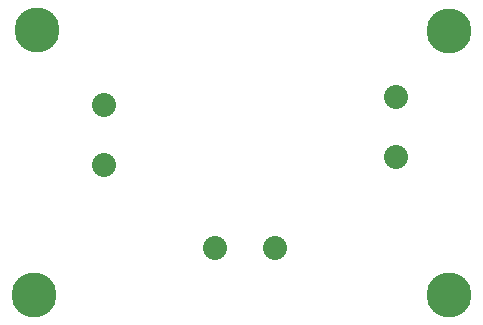
<source format=gbr>
%TF.GenerationSoftware,KiCad,Pcbnew,(6.0.10)*%
%TF.CreationDate,2023-02-10T15:15:10+05:30*%
%TF.ProjectId,protectionCkt,70726f74-6563-4746-996f-6e436b742e6b,rev?*%
%TF.SameCoordinates,Original*%
%TF.FileFunction,Soldermask,Bot*%
%TF.FilePolarity,Negative*%
%FSLAX46Y46*%
G04 Gerber Fmt 4.6, Leading zero omitted, Abs format (unit mm)*
G04 Created by KiCad (PCBNEW (6.0.10)) date 2023-02-10 15:15:10*
%MOMM*%
%LPD*%
G01*
G04 APERTURE LIST*
%ADD10C,3.800000*%
%ADD11C,2.032000*%
G04 APERTURE END LIST*
D10*
%TO.C,REF\u002A\u002A*%
X119049800Y-79679800D03*
%TD*%
D11*
%TO.C,U1*%
X124714000Y-86029800D03*
X124714000Y-91109800D03*
%TD*%
%TO.C,U2*%
X134137400Y-98171000D03*
X139217400Y-98171000D03*
%TD*%
D10*
%TO.C,REF\u002A\u002A*%
X153924000Y-102133400D03*
%TD*%
D11*
%TO.C,U5*%
X149479000Y-85420200D03*
X149479000Y-90500200D03*
%TD*%
D10*
%TO.C,REF\u002A\u002A*%
X118821200Y-102133400D03*
%TD*%
%TO.C,REF\u002A\u002A*%
X154000200Y-79832200D03*
%TD*%
M02*

</source>
